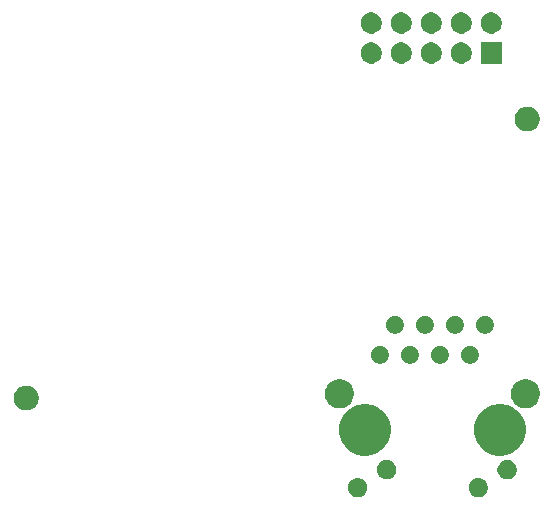
<source format=gbr>
G04 #@! TF.GenerationSoftware,KiCad,Pcbnew,(5.1.5)-3*
G04 #@! TF.CreationDate,2020-08-13T18:58:06-07:00*
G04 #@! TF.ProjectId,EsperDNS,45737065-7244-44e5-932e-6b696361645f,rev?*
G04 #@! TF.SameCoordinates,Original*
G04 #@! TF.FileFunction,Soldermask,Bot*
G04 #@! TF.FilePolarity,Negative*
%FSLAX46Y46*%
G04 Gerber Fmt 4.6, Leading zero omitted, Abs format (unit mm)*
G04 Created by KiCad (PCBNEW (5.1.5)-3) date 2020-08-13 18:58:06*
%MOMM*%
%LPD*%
G04 APERTURE LIST*
%ADD10C,0.100000*%
G04 APERTURE END LIST*
D10*
G36*
X180998017Y-109415358D02*
G01*
X181072270Y-109446115D01*
X181146521Y-109476870D01*
X181146522Y-109476871D01*
X181280167Y-109566169D01*
X181393831Y-109679833D01*
X181460804Y-109780067D01*
X181483130Y-109813479D01*
X181544642Y-109961983D01*
X181576000Y-110119630D01*
X181576000Y-110280370D01*
X181544642Y-110438017D01*
X181483130Y-110586521D01*
X181483129Y-110586522D01*
X181393831Y-110720167D01*
X181280167Y-110833831D01*
X181179933Y-110900804D01*
X181146521Y-110923130D01*
X181072270Y-110953885D01*
X180998017Y-110984642D01*
X180840370Y-111016000D01*
X180679630Y-111016000D01*
X180521983Y-110984642D01*
X180447730Y-110953885D01*
X180373479Y-110923130D01*
X180340067Y-110900804D01*
X180239833Y-110833831D01*
X180126169Y-110720167D01*
X180036871Y-110586522D01*
X180036870Y-110586521D01*
X179975358Y-110438017D01*
X179944000Y-110280370D01*
X179944000Y-110119630D01*
X179975358Y-109961983D01*
X180036870Y-109813479D01*
X180059196Y-109780067D01*
X180126169Y-109679833D01*
X180239833Y-109566169D01*
X180373478Y-109476871D01*
X180373479Y-109476870D01*
X180447730Y-109446115D01*
X180521983Y-109415358D01*
X180679630Y-109384000D01*
X180840370Y-109384000D01*
X180998017Y-109415358D01*
G37*
G36*
X170798017Y-109415358D02*
G01*
X170872270Y-109446115D01*
X170946521Y-109476870D01*
X170946522Y-109476871D01*
X171080167Y-109566169D01*
X171193831Y-109679833D01*
X171260804Y-109780067D01*
X171283130Y-109813479D01*
X171344642Y-109961983D01*
X171376000Y-110119630D01*
X171376000Y-110280370D01*
X171344642Y-110438017D01*
X171283130Y-110586521D01*
X171283129Y-110586522D01*
X171193831Y-110720167D01*
X171080167Y-110833831D01*
X170979933Y-110900804D01*
X170946521Y-110923130D01*
X170872270Y-110953885D01*
X170798017Y-110984642D01*
X170640370Y-111016000D01*
X170479630Y-111016000D01*
X170321983Y-110984642D01*
X170247730Y-110953885D01*
X170173479Y-110923130D01*
X170140067Y-110900804D01*
X170039833Y-110833831D01*
X169926169Y-110720167D01*
X169836871Y-110586522D01*
X169836870Y-110586521D01*
X169775358Y-110438017D01*
X169744000Y-110280370D01*
X169744000Y-110119630D01*
X169775358Y-109961983D01*
X169836870Y-109813479D01*
X169859196Y-109780067D01*
X169926169Y-109679833D01*
X170039833Y-109566169D01*
X170173478Y-109476871D01*
X170173479Y-109476870D01*
X170247730Y-109446115D01*
X170321983Y-109415358D01*
X170479630Y-109384000D01*
X170640370Y-109384000D01*
X170798017Y-109415358D01*
G37*
G36*
X183448017Y-107895358D02*
G01*
X183596521Y-107956870D01*
X183596522Y-107956871D01*
X183730167Y-108046169D01*
X183843831Y-108159833D01*
X183910804Y-108260067D01*
X183933130Y-108293479D01*
X183994642Y-108441983D01*
X184026000Y-108599630D01*
X184026000Y-108760370D01*
X183994642Y-108918017D01*
X183963885Y-108992270D01*
X183933130Y-109066521D01*
X183933129Y-109066522D01*
X183843831Y-109200167D01*
X183730167Y-109313831D01*
X183629933Y-109380805D01*
X183596521Y-109403130D01*
X183522270Y-109433885D01*
X183448017Y-109464642D01*
X183290370Y-109496000D01*
X183129630Y-109496000D01*
X182971983Y-109464642D01*
X182823479Y-109403130D01*
X182790067Y-109380805D01*
X182689833Y-109313831D01*
X182576169Y-109200167D01*
X182486871Y-109066522D01*
X182486870Y-109066521D01*
X182456115Y-108992270D01*
X182425358Y-108918017D01*
X182394000Y-108760370D01*
X182394000Y-108599630D01*
X182425358Y-108441983D01*
X182486870Y-108293479D01*
X182509196Y-108260067D01*
X182576169Y-108159833D01*
X182689833Y-108046169D01*
X182823478Y-107956871D01*
X182823479Y-107956870D01*
X182971983Y-107895358D01*
X183129630Y-107864000D01*
X183290370Y-107864000D01*
X183448017Y-107895358D01*
G37*
G36*
X173248017Y-107895358D02*
G01*
X173396521Y-107956870D01*
X173396522Y-107956871D01*
X173530167Y-108046169D01*
X173643831Y-108159833D01*
X173710804Y-108260067D01*
X173733130Y-108293479D01*
X173763885Y-108367730D01*
X173794642Y-108441983D01*
X173826000Y-108599630D01*
X173826000Y-108760370D01*
X173794642Y-108918017D01*
X173763885Y-108992270D01*
X173733130Y-109066521D01*
X173733129Y-109066522D01*
X173643831Y-109200167D01*
X173530167Y-109313831D01*
X173429933Y-109380805D01*
X173396521Y-109403130D01*
X173322270Y-109433885D01*
X173248017Y-109464642D01*
X173090370Y-109496000D01*
X172929630Y-109496000D01*
X172771983Y-109464642D01*
X172623479Y-109403130D01*
X172590067Y-109380805D01*
X172489833Y-109313831D01*
X172376169Y-109200167D01*
X172286871Y-109066522D01*
X172286870Y-109066521D01*
X172256115Y-108992270D01*
X172225358Y-108918017D01*
X172194000Y-108760370D01*
X172194000Y-108599630D01*
X172225358Y-108441983D01*
X172286870Y-108293479D01*
X172309196Y-108260067D01*
X172376169Y-108159833D01*
X172489833Y-108046169D01*
X172623478Y-107956871D01*
X172623479Y-107956870D01*
X172771983Y-107895358D01*
X172929630Y-107864000D01*
X173090370Y-107864000D01*
X173248017Y-107895358D01*
G37*
G36*
X171666401Y-103171953D02*
G01*
X171807049Y-103199930D01*
X172088097Y-103316344D01*
X172142028Y-103338683D01*
X172204512Y-103364565D01*
X172562219Y-103603577D01*
X172866423Y-103907781D01*
X173105435Y-104265488D01*
X173270070Y-104662951D01*
X173354000Y-105084895D01*
X173354000Y-105515105D01*
X173270070Y-105937049D01*
X173105435Y-106334512D01*
X172866423Y-106692219D01*
X172562219Y-106996423D01*
X172204512Y-107235435D01*
X171807049Y-107400070D01*
X171666401Y-107428047D01*
X171385107Y-107484000D01*
X170954893Y-107484000D01*
X170673599Y-107428047D01*
X170532951Y-107400070D01*
X170135488Y-107235435D01*
X169777781Y-106996423D01*
X169473577Y-106692219D01*
X169234565Y-106334512D01*
X169069930Y-105937049D01*
X168986000Y-105515105D01*
X168986000Y-105084895D01*
X169069930Y-104662951D01*
X169234565Y-104265488D01*
X169473577Y-103907781D01*
X169777781Y-103603577D01*
X170135488Y-103364565D01*
X170197973Y-103338683D01*
X170251903Y-103316344D01*
X170532951Y-103199930D01*
X170673599Y-103171953D01*
X170954893Y-103116000D01*
X171385107Y-103116000D01*
X171666401Y-103171953D01*
G37*
G36*
X183096401Y-103171953D02*
G01*
X183237049Y-103199930D01*
X183518097Y-103316344D01*
X183572028Y-103338683D01*
X183634512Y-103364565D01*
X183992219Y-103603577D01*
X184296423Y-103907781D01*
X184535435Y-104265488D01*
X184700070Y-104662951D01*
X184784000Y-105084895D01*
X184784000Y-105515105D01*
X184700070Y-105937049D01*
X184535435Y-106334512D01*
X184296423Y-106692219D01*
X183992219Y-106996423D01*
X183634512Y-107235435D01*
X183237049Y-107400070D01*
X183096401Y-107428047D01*
X182815107Y-107484000D01*
X182384893Y-107484000D01*
X182103599Y-107428047D01*
X181962951Y-107400070D01*
X181565488Y-107235435D01*
X181207781Y-106996423D01*
X180903577Y-106692219D01*
X180664565Y-106334512D01*
X180499930Y-105937049D01*
X180416000Y-105515105D01*
X180416000Y-105084895D01*
X180499930Y-104662951D01*
X180664565Y-104265488D01*
X180903577Y-103907781D01*
X181207781Y-103603577D01*
X181565488Y-103364565D01*
X181627973Y-103338683D01*
X181681903Y-103316344D01*
X181962951Y-103199930D01*
X182103599Y-103171953D01*
X182384893Y-103116000D01*
X182815107Y-103116000D01*
X183096401Y-103171953D01*
G37*
G36*
X142800564Y-101605389D02*
G01*
X142991833Y-101684615D01*
X142991835Y-101684616D01*
X143163973Y-101799635D01*
X143310365Y-101946027D01*
X143425385Y-102118167D01*
X143504611Y-102309436D01*
X143545000Y-102512484D01*
X143545000Y-102719516D01*
X143504611Y-102922564D01*
X143458816Y-103033123D01*
X143425384Y-103113835D01*
X143310365Y-103285973D01*
X143163973Y-103432365D01*
X142991835Y-103547384D01*
X142991834Y-103547385D01*
X142991833Y-103547385D01*
X142800564Y-103626611D01*
X142597516Y-103667000D01*
X142390484Y-103667000D01*
X142187436Y-103626611D01*
X141996167Y-103547385D01*
X141996166Y-103547385D01*
X141996165Y-103547384D01*
X141824027Y-103432365D01*
X141677635Y-103285973D01*
X141562616Y-103113835D01*
X141529184Y-103033123D01*
X141483389Y-102922564D01*
X141443000Y-102719516D01*
X141443000Y-102512484D01*
X141483389Y-102309436D01*
X141562615Y-102118167D01*
X141677635Y-101946027D01*
X141824027Y-101799635D01*
X141996165Y-101684616D01*
X141996167Y-101684615D01*
X142187436Y-101605389D01*
X142390484Y-101565000D01*
X142597516Y-101565000D01*
X142800564Y-101605389D01*
G37*
G36*
X185118339Y-101068710D02*
G01*
X185341911Y-101161317D01*
X185341913Y-101161318D01*
X185543123Y-101295762D01*
X185714238Y-101466877D01*
X185806789Y-101605390D01*
X185848683Y-101668089D01*
X185941290Y-101891661D01*
X185988500Y-102129002D01*
X185988500Y-102370998D01*
X185941290Y-102608339D01*
X185848683Y-102831911D01*
X185848682Y-102831913D01*
X185714238Y-103033123D01*
X185543123Y-103204238D01*
X185341913Y-103338682D01*
X185341912Y-103338683D01*
X185341911Y-103338683D01*
X185118339Y-103431290D01*
X184880998Y-103478500D01*
X184639002Y-103478500D01*
X184401661Y-103431290D01*
X184178089Y-103338683D01*
X184178088Y-103338683D01*
X184178087Y-103338682D01*
X183976877Y-103204238D01*
X183805762Y-103033123D01*
X183671318Y-102831913D01*
X183671317Y-102831911D01*
X183578710Y-102608339D01*
X183531500Y-102370998D01*
X183531500Y-102129002D01*
X183578710Y-101891661D01*
X183671317Y-101668089D01*
X183713211Y-101605390D01*
X183805762Y-101466877D01*
X183976877Y-101295762D01*
X184178087Y-101161318D01*
X184178089Y-101161317D01*
X184401661Y-101068710D01*
X184639002Y-101021500D01*
X184880998Y-101021500D01*
X185118339Y-101068710D01*
G37*
G36*
X169368339Y-101068710D02*
G01*
X169591911Y-101161317D01*
X169591913Y-101161318D01*
X169793123Y-101295762D01*
X169964238Y-101466877D01*
X170056789Y-101605390D01*
X170098683Y-101668089D01*
X170191290Y-101891661D01*
X170238500Y-102129002D01*
X170238500Y-102370998D01*
X170191290Y-102608339D01*
X170098683Y-102831911D01*
X170098682Y-102831913D01*
X169964238Y-103033123D01*
X169793123Y-103204238D01*
X169591913Y-103338682D01*
X169591912Y-103338683D01*
X169591911Y-103338683D01*
X169368339Y-103431290D01*
X169130998Y-103478500D01*
X168889002Y-103478500D01*
X168651661Y-103431290D01*
X168428089Y-103338683D01*
X168428088Y-103338683D01*
X168428087Y-103338682D01*
X168226877Y-103204238D01*
X168055762Y-103033123D01*
X167921318Y-102831913D01*
X167921317Y-102831911D01*
X167828710Y-102608339D01*
X167781500Y-102370998D01*
X167781500Y-102129002D01*
X167828710Y-101891661D01*
X167921317Y-101668089D01*
X167963211Y-101605390D01*
X168055762Y-101466877D01*
X168226877Y-101295762D01*
X168428087Y-101161318D01*
X168428089Y-101161317D01*
X168651661Y-101068710D01*
X168889002Y-101021500D01*
X169130998Y-101021500D01*
X169368339Y-101068710D01*
G37*
G36*
X172658766Y-98228821D02*
G01*
X172795257Y-98285358D01*
X172918097Y-98367437D01*
X173022563Y-98471903D01*
X173104642Y-98594743D01*
X173161179Y-98731234D01*
X173190000Y-98876130D01*
X173190000Y-99023870D01*
X173161179Y-99168766D01*
X173104642Y-99305257D01*
X173022563Y-99428097D01*
X172918097Y-99532563D01*
X172795257Y-99614642D01*
X172658766Y-99671179D01*
X172513870Y-99700000D01*
X172366130Y-99700000D01*
X172221234Y-99671179D01*
X172084743Y-99614642D01*
X171961903Y-99532563D01*
X171857437Y-99428097D01*
X171775358Y-99305257D01*
X171718821Y-99168766D01*
X171690000Y-99023870D01*
X171690000Y-98876130D01*
X171718821Y-98731234D01*
X171775358Y-98594743D01*
X171857437Y-98471903D01*
X171961903Y-98367437D01*
X172084743Y-98285358D01*
X172221234Y-98228821D01*
X172366130Y-98200000D01*
X172513870Y-98200000D01*
X172658766Y-98228821D01*
G37*
G36*
X180278766Y-98228821D02*
G01*
X180415257Y-98285358D01*
X180538097Y-98367437D01*
X180642563Y-98471903D01*
X180724642Y-98594743D01*
X180781179Y-98731234D01*
X180810000Y-98876130D01*
X180810000Y-99023870D01*
X180781179Y-99168766D01*
X180724642Y-99305257D01*
X180642563Y-99428097D01*
X180538097Y-99532563D01*
X180415257Y-99614642D01*
X180278766Y-99671179D01*
X180133870Y-99700000D01*
X179986130Y-99700000D01*
X179841234Y-99671179D01*
X179704743Y-99614642D01*
X179581903Y-99532563D01*
X179477437Y-99428097D01*
X179395358Y-99305257D01*
X179338821Y-99168766D01*
X179310000Y-99023870D01*
X179310000Y-98876130D01*
X179338821Y-98731234D01*
X179395358Y-98594743D01*
X179477437Y-98471903D01*
X179581903Y-98367437D01*
X179704743Y-98285358D01*
X179841234Y-98228821D01*
X179986130Y-98200000D01*
X180133870Y-98200000D01*
X180278766Y-98228821D01*
G37*
G36*
X175198766Y-98228821D02*
G01*
X175335257Y-98285358D01*
X175458097Y-98367437D01*
X175562563Y-98471903D01*
X175644642Y-98594743D01*
X175701179Y-98731234D01*
X175730000Y-98876130D01*
X175730000Y-99023870D01*
X175701179Y-99168766D01*
X175644642Y-99305257D01*
X175562563Y-99428097D01*
X175458097Y-99532563D01*
X175335257Y-99614642D01*
X175198766Y-99671179D01*
X175053870Y-99700000D01*
X174906130Y-99700000D01*
X174761234Y-99671179D01*
X174624743Y-99614642D01*
X174501903Y-99532563D01*
X174397437Y-99428097D01*
X174315358Y-99305257D01*
X174258821Y-99168766D01*
X174230000Y-99023870D01*
X174230000Y-98876130D01*
X174258821Y-98731234D01*
X174315358Y-98594743D01*
X174397437Y-98471903D01*
X174501903Y-98367437D01*
X174624743Y-98285358D01*
X174761234Y-98228821D01*
X174906130Y-98200000D01*
X175053870Y-98200000D01*
X175198766Y-98228821D01*
G37*
G36*
X177738766Y-98228821D02*
G01*
X177875257Y-98285358D01*
X177998097Y-98367437D01*
X178102563Y-98471903D01*
X178184642Y-98594743D01*
X178241179Y-98731234D01*
X178270000Y-98876130D01*
X178270000Y-99023870D01*
X178241179Y-99168766D01*
X178184642Y-99305257D01*
X178102563Y-99428097D01*
X177998097Y-99532563D01*
X177875257Y-99614642D01*
X177738766Y-99671179D01*
X177593870Y-99700000D01*
X177446130Y-99700000D01*
X177301234Y-99671179D01*
X177164743Y-99614642D01*
X177041903Y-99532563D01*
X176937437Y-99428097D01*
X176855358Y-99305257D01*
X176798821Y-99168766D01*
X176770000Y-99023870D01*
X176770000Y-98876130D01*
X176798821Y-98731234D01*
X176855358Y-98594743D01*
X176937437Y-98471903D01*
X177041903Y-98367437D01*
X177164743Y-98285358D01*
X177301234Y-98228821D01*
X177446130Y-98200000D01*
X177593870Y-98200000D01*
X177738766Y-98228821D01*
G37*
G36*
X179008766Y-95688821D02*
G01*
X179145257Y-95745358D01*
X179268097Y-95827437D01*
X179372563Y-95931903D01*
X179454642Y-96054743D01*
X179511179Y-96191234D01*
X179540000Y-96336130D01*
X179540000Y-96483870D01*
X179511179Y-96628766D01*
X179454642Y-96765257D01*
X179372563Y-96888097D01*
X179268097Y-96992563D01*
X179145257Y-97074642D01*
X179008766Y-97131179D01*
X178863870Y-97160000D01*
X178716130Y-97160000D01*
X178571234Y-97131179D01*
X178434743Y-97074642D01*
X178311903Y-96992563D01*
X178207437Y-96888097D01*
X178125358Y-96765257D01*
X178068821Y-96628766D01*
X178040000Y-96483870D01*
X178040000Y-96336130D01*
X178068821Y-96191234D01*
X178125358Y-96054743D01*
X178207437Y-95931903D01*
X178311903Y-95827437D01*
X178434743Y-95745358D01*
X178571234Y-95688821D01*
X178716130Y-95660000D01*
X178863870Y-95660000D01*
X179008766Y-95688821D01*
G37*
G36*
X181548766Y-95688821D02*
G01*
X181685257Y-95745358D01*
X181808097Y-95827437D01*
X181912563Y-95931903D01*
X181994642Y-96054743D01*
X182051179Y-96191234D01*
X182080000Y-96336130D01*
X182080000Y-96483870D01*
X182051179Y-96628766D01*
X181994642Y-96765257D01*
X181912563Y-96888097D01*
X181808097Y-96992563D01*
X181685257Y-97074642D01*
X181548766Y-97131179D01*
X181403870Y-97160000D01*
X181256130Y-97160000D01*
X181111234Y-97131179D01*
X180974743Y-97074642D01*
X180851903Y-96992563D01*
X180747437Y-96888097D01*
X180665358Y-96765257D01*
X180608821Y-96628766D01*
X180580000Y-96483870D01*
X180580000Y-96336130D01*
X180608821Y-96191234D01*
X180665358Y-96054743D01*
X180747437Y-95931903D01*
X180851903Y-95827437D01*
X180974743Y-95745358D01*
X181111234Y-95688821D01*
X181256130Y-95660000D01*
X181403870Y-95660000D01*
X181548766Y-95688821D01*
G37*
G36*
X173928766Y-95688821D02*
G01*
X174065257Y-95745358D01*
X174188097Y-95827437D01*
X174292563Y-95931903D01*
X174374642Y-96054743D01*
X174431179Y-96191234D01*
X174460000Y-96336130D01*
X174460000Y-96483870D01*
X174431179Y-96628766D01*
X174374642Y-96765257D01*
X174292563Y-96888097D01*
X174188097Y-96992563D01*
X174065257Y-97074642D01*
X173928766Y-97131179D01*
X173783870Y-97160000D01*
X173636130Y-97160000D01*
X173491234Y-97131179D01*
X173354743Y-97074642D01*
X173231903Y-96992563D01*
X173127437Y-96888097D01*
X173045358Y-96765257D01*
X172988821Y-96628766D01*
X172960000Y-96483870D01*
X172960000Y-96336130D01*
X172988821Y-96191234D01*
X173045358Y-96054743D01*
X173127437Y-95931903D01*
X173231903Y-95827437D01*
X173354743Y-95745358D01*
X173491234Y-95688821D01*
X173636130Y-95660000D01*
X173783870Y-95660000D01*
X173928766Y-95688821D01*
G37*
G36*
X176468766Y-95688821D02*
G01*
X176605257Y-95745358D01*
X176728097Y-95827437D01*
X176832563Y-95931903D01*
X176914642Y-96054743D01*
X176971179Y-96191234D01*
X177000000Y-96336130D01*
X177000000Y-96483870D01*
X176971179Y-96628766D01*
X176914642Y-96765257D01*
X176832563Y-96888097D01*
X176728097Y-96992563D01*
X176605257Y-97074642D01*
X176468766Y-97131179D01*
X176323870Y-97160000D01*
X176176130Y-97160000D01*
X176031234Y-97131179D01*
X175894743Y-97074642D01*
X175771903Y-96992563D01*
X175667437Y-96888097D01*
X175585358Y-96765257D01*
X175528821Y-96628766D01*
X175500000Y-96483870D01*
X175500000Y-96336130D01*
X175528821Y-96191234D01*
X175585358Y-96054743D01*
X175667437Y-95931903D01*
X175771903Y-95827437D01*
X175894743Y-95745358D01*
X176031234Y-95688821D01*
X176176130Y-95660000D01*
X176323870Y-95660000D01*
X176468766Y-95688821D01*
G37*
G36*
X185218564Y-77983389D02*
G01*
X185409833Y-78062615D01*
X185409835Y-78062616D01*
X185581973Y-78177635D01*
X185728365Y-78324027D01*
X185843385Y-78496167D01*
X185922611Y-78687436D01*
X185963000Y-78890484D01*
X185963000Y-79097516D01*
X185922611Y-79300564D01*
X185843385Y-79491833D01*
X185843384Y-79491835D01*
X185728365Y-79663973D01*
X185581973Y-79810365D01*
X185409835Y-79925384D01*
X185409834Y-79925385D01*
X185409833Y-79925385D01*
X185218564Y-80004611D01*
X185015516Y-80045000D01*
X184808484Y-80045000D01*
X184605436Y-80004611D01*
X184414167Y-79925385D01*
X184414166Y-79925385D01*
X184414165Y-79925384D01*
X184242027Y-79810365D01*
X184095635Y-79663973D01*
X183980616Y-79491835D01*
X183980615Y-79491833D01*
X183901389Y-79300564D01*
X183861000Y-79097516D01*
X183861000Y-78890484D01*
X183901389Y-78687436D01*
X183980615Y-78496167D01*
X184095635Y-78324027D01*
X184242027Y-78177635D01*
X184414165Y-78062616D01*
X184414167Y-78062615D01*
X184605436Y-77983389D01*
X184808484Y-77943000D01*
X185015516Y-77943000D01*
X185218564Y-77983389D01*
G37*
G36*
X182765000Y-74307000D02*
G01*
X180963000Y-74307000D01*
X180963000Y-72505000D01*
X182765000Y-72505000D01*
X182765000Y-74307000D01*
G37*
G36*
X179437512Y-72509927D02*
G01*
X179586812Y-72539624D01*
X179750784Y-72607544D01*
X179898354Y-72706147D01*
X180023853Y-72831646D01*
X180122456Y-72979216D01*
X180190376Y-73143188D01*
X180225000Y-73317259D01*
X180225000Y-73494741D01*
X180190376Y-73668812D01*
X180122456Y-73832784D01*
X180023853Y-73980354D01*
X179898354Y-74105853D01*
X179750784Y-74204456D01*
X179586812Y-74272376D01*
X179437512Y-74302073D01*
X179412742Y-74307000D01*
X179235258Y-74307000D01*
X179210488Y-74302073D01*
X179061188Y-74272376D01*
X178897216Y-74204456D01*
X178749646Y-74105853D01*
X178624147Y-73980354D01*
X178525544Y-73832784D01*
X178457624Y-73668812D01*
X178423000Y-73494741D01*
X178423000Y-73317259D01*
X178457624Y-73143188D01*
X178525544Y-72979216D01*
X178624147Y-72831646D01*
X178749646Y-72706147D01*
X178897216Y-72607544D01*
X179061188Y-72539624D01*
X179210488Y-72509927D01*
X179235258Y-72505000D01*
X179412742Y-72505000D01*
X179437512Y-72509927D01*
G37*
G36*
X176897512Y-72509927D02*
G01*
X177046812Y-72539624D01*
X177210784Y-72607544D01*
X177358354Y-72706147D01*
X177483853Y-72831646D01*
X177582456Y-72979216D01*
X177650376Y-73143188D01*
X177685000Y-73317259D01*
X177685000Y-73494741D01*
X177650376Y-73668812D01*
X177582456Y-73832784D01*
X177483853Y-73980354D01*
X177358354Y-74105853D01*
X177210784Y-74204456D01*
X177046812Y-74272376D01*
X176897512Y-74302073D01*
X176872742Y-74307000D01*
X176695258Y-74307000D01*
X176670488Y-74302073D01*
X176521188Y-74272376D01*
X176357216Y-74204456D01*
X176209646Y-74105853D01*
X176084147Y-73980354D01*
X175985544Y-73832784D01*
X175917624Y-73668812D01*
X175883000Y-73494741D01*
X175883000Y-73317259D01*
X175917624Y-73143188D01*
X175985544Y-72979216D01*
X176084147Y-72831646D01*
X176209646Y-72706147D01*
X176357216Y-72607544D01*
X176521188Y-72539624D01*
X176670488Y-72509927D01*
X176695258Y-72505000D01*
X176872742Y-72505000D01*
X176897512Y-72509927D01*
G37*
G36*
X174357512Y-72509927D02*
G01*
X174506812Y-72539624D01*
X174670784Y-72607544D01*
X174818354Y-72706147D01*
X174943853Y-72831646D01*
X175042456Y-72979216D01*
X175110376Y-73143188D01*
X175145000Y-73317259D01*
X175145000Y-73494741D01*
X175110376Y-73668812D01*
X175042456Y-73832784D01*
X174943853Y-73980354D01*
X174818354Y-74105853D01*
X174670784Y-74204456D01*
X174506812Y-74272376D01*
X174357512Y-74302073D01*
X174332742Y-74307000D01*
X174155258Y-74307000D01*
X174130488Y-74302073D01*
X173981188Y-74272376D01*
X173817216Y-74204456D01*
X173669646Y-74105853D01*
X173544147Y-73980354D01*
X173445544Y-73832784D01*
X173377624Y-73668812D01*
X173343000Y-73494741D01*
X173343000Y-73317259D01*
X173377624Y-73143188D01*
X173445544Y-72979216D01*
X173544147Y-72831646D01*
X173669646Y-72706147D01*
X173817216Y-72607544D01*
X173981188Y-72539624D01*
X174130488Y-72509927D01*
X174155258Y-72505000D01*
X174332742Y-72505000D01*
X174357512Y-72509927D01*
G37*
G36*
X171817512Y-72509927D02*
G01*
X171966812Y-72539624D01*
X172130784Y-72607544D01*
X172278354Y-72706147D01*
X172403853Y-72831646D01*
X172502456Y-72979216D01*
X172570376Y-73143188D01*
X172605000Y-73317259D01*
X172605000Y-73494741D01*
X172570376Y-73668812D01*
X172502456Y-73832784D01*
X172403853Y-73980354D01*
X172278354Y-74105853D01*
X172130784Y-74204456D01*
X171966812Y-74272376D01*
X171817512Y-74302073D01*
X171792742Y-74307000D01*
X171615258Y-74307000D01*
X171590488Y-74302073D01*
X171441188Y-74272376D01*
X171277216Y-74204456D01*
X171129646Y-74105853D01*
X171004147Y-73980354D01*
X170905544Y-73832784D01*
X170837624Y-73668812D01*
X170803000Y-73494741D01*
X170803000Y-73317259D01*
X170837624Y-73143188D01*
X170905544Y-72979216D01*
X171004147Y-72831646D01*
X171129646Y-72706147D01*
X171277216Y-72607544D01*
X171441188Y-72539624D01*
X171590488Y-72509927D01*
X171615258Y-72505000D01*
X171792742Y-72505000D01*
X171817512Y-72509927D01*
G37*
G36*
X171817512Y-69969927D02*
G01*
X171966812Y-69999624D01*
X172130784Y-70067544D01*
X172278354Y-70166147D01*
X172403853Y-70291646D01*
X172502456Y-70439216D01*
X172570376Y-70603188D01*
X172605000Y-70777259D01*
X172605000Y-70954741D01*
X172570376Y-71128812D01*
X172502456Y-71292784D01*
X172403853Y-71440354D01*
X172278354Y-71565853D01*
X172130784Y-71664456D01*
X171966812Y-71732376D01*
X171817512Y-71762073D01*
X171792742Y-71767000D01*
X171615258Y-71767000D01*
X171590488Y-71762073D01*
X171441188Y-71732376D01*
X171277216Y-71664456D01*
X171129646Y-71565853D01*
X171004147Y-71440354D01*
X170905544Y-71292784D01*
X170837624Y-71128812D01*
X170803000Y-70954741D01*
X170803000Y-70777259D01*
X170837624Y-70603188D01*
X170905544Y-70439216D01*
X171004147Y-70291646D01*
X171129646Y-70166147D01*
X171277216Y-70067544D01*
X171441188Y-69999624D01*
X171590488Y-69969927D01*
X171615258Y-69965000D01*
X171792742Y-69965000D01*
X171817512Y-69969927D01*
G37*
G36*
X181977512Y-69969927D02*
G01*
X182126812Y-69999624D01*
X182290784Y-70067544D01*
X182438354Y-70166147D01*
X182563853Y-70291646D01*
X182662456Y-70439216D01*
X182730376Y-70603188D01*
X182765000Y-70777259D01*
X182765000Y-70954741D01*
X182730376Y-71128812D01*
X182662456Y-71292784D01*
X182563853Y-71440354D01*
X182438354Y-71565853D01*
X182290784Y-71664456D01*
X182126812Y-71732376D01*
X181977512Y-71762073D01*
X181952742Y-71767000D01*
X181775258Y-71767000D01*
X181750488Y-71762073D01*
X181601188Y-71732376D01*
X181437216Y-71664456D01*
X181289646Y-71565853D01*
X181164147Y-71440354D01*
X181065544Y-71292784D01*
X180997624Y-71128812D01*
X180963000Y-70954741D01*
X180963000Y-70777259D01*
X180997624Y-70603188D01*
X181065544Y-70439216D01*
X181164147Y-70291646D01*
X181289646Y-70166147D01*
X181437216Y-70067544D01*
X181601188Y-69999624D01*
X181750488Y-69969927D01*
X181775258Y-69965000D01*
X181952742Y-69965000D01*
X181977512Y-69969927D01*
G37*
G36*
X174357512Y-69969927D02*
G01*
X174506812Y-69999624D01*
X174670784Y-70067544D01*
X174818354Y-70166147D01*
X174943853Y-70291646D01*
X175042456Y-70439216D01*
X175110376Y-70603188D01*
X175145000Y-70777259D01*
X175145000Y-70954741D01*
X175110376Y-71128812D01*
X175042456Y-71292784D01*
X174943853Y-71440354D01*
X174818354Y-71565853D01*
X174670784Y-71664456D01*
X174506812Y-71732376D01*
X174357512Y-71762073D01*
X174332742Y-71767000D01*
X174155258Y-71767000D01*
X174130488Y-71762073D01*
X173981188Y-71732376D01*
X173817216Y-71664456D01*
X173669646Y-71565853D01*
X173544147Y-71440354D01*
X173445544Y-71292784D01*
X173377624Y-71128812D01*
X173343000Y-70954741D01*
X173343000Y-70777259D01*
X173377624Y-70603188D01*
X173445544Y-70439216D01*
X173544147Y-70291646D01*
X173669646Y-70166147D01*
X173817216Y-70067544D01*
X173981188Y-69999624D01*
X174130488Y-69969927D01*
X174155258Y-69965000D01*
X174332742Y-69965000D01*
X174357512Y-69969927D01*
G37*
G36*
X179437512Y-69969927D02*
G01*
X179586812Y-69999624D01*
X179750784Y-70067544D01*
X179898354Y-70166147D01*
X180023853Y-70291646D01*
X180122456Y-70439216D01*
X180190376Y-70603188D01*
X180225000Y-70777259D01*
X180225000Y-70954741D01*
X180190376Y-71128812D01*
X180122456Y-71292784D01*
X180023853Y-71440354D01*
X179898354Y-71565853D01*
X179750784Y-71664456D01*
X179586812Y-71732376D01*
X179437512Y-71762073D01*
X179412742Y-71767000D01*
X179235258Y-71767000D01*
X179210488Y-71762073D01*
X179061188Y-71732376D01*
X178897216Y-71664456D01*
X178749646Y-71565853D01*
X178624147Y-71440354D01*
X178525544Y-71292784D01*
X178457624Y-71128812D01*
X178423000Y-70954741D01*
X178423000Y-70777259D01*
X178457624Y-70603188D01*
X178525544Y-70439216D01*
X178624147Y-70291646D01*
X178749646Y-70166147D01*
X178897216Y-70067544D01*
X179061188Y-69999624D01*
X179210488Y-69969927D01*
X179235258Y-69965000D01*
X179412742Y-69965000D01*
X179437512Y-69969927D01*
G37*
G36*
X176897512Y-69969927D02*
G01*
X177046812Y-69999624D01*
X177210784Y-70067544D01*
X177358354Y-70166147D01*
X177483853Y-70291646D01*
X177582456Y-70439216D01*
X177650376Y-70603188D01*
X177685000Y-70777259D01*
X177685000Y-70954741D01*
X177650376Y-71128812D01*
X177582456Y-71292784D01*
X177483853Y-71440354D01*
X177358354Y-71565853D01*
X177210784Y-71664456D01*
X177046812Y-71732376D01*
X176897512Y-71762073D01*
X176872742Y-71767000D01*
X176695258Y-71767000D01*
X176670488Y-71762073D01*
X176521188Y-71732376D01*
X176357216Y-71664456D01*
X176209646Y-71565853D01*
X176084147Y-71440354D01*
X175985544Y-71292784D01*
X175917624Y-71128812D01*
X175883000Y-70954741D01*
X175883000Y-70777259D01*
X175917624Y-70603188D01*
X175985544Y-70439216D01*
X176084147Y-70291646D01*
X176209646Y-70166147D01*
X176357216Y-70067544D01*
X176521188Y-69999624D01*
X176670488Y-69969927D01*
X176695258Y-69965000D01*
X176872742Y-69965000D01*
X176897512Y-69969927D01*
G37*
M02*

</source>
